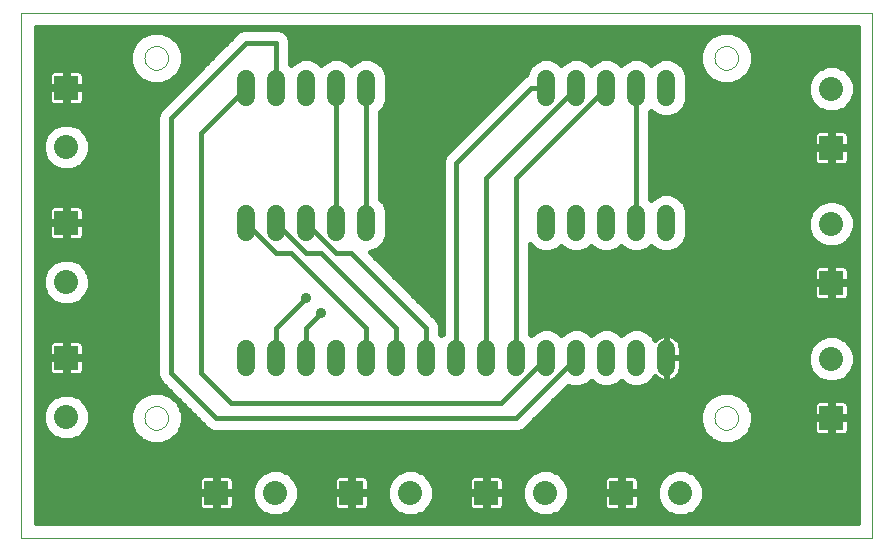
<source format=gtl>
G75*
%MOIN*%
%OFA0B0*%
%FSLAX24Y24*%
%IPPOS*%
%LPD*%
%AMOC8*
5,1,8,0,0,1.08239X$1,22.5*
%
%ADD10C,0.0000*%
%ADD11R,0.0800X0.0800*%
%ADD12C,0.0800*%
%ADD13C,0.0600*%
%ADD14C,0.0160*%
%ADD15C,0.0150*%
%ADD16C,0.0360*%
D10*
X002180Y002180D02*
X002180Y019676D01*
X030550Y019676D01*
X030550Y002180D01*
X002180Y002180D01*
X006286Y006180D02*
X006288Y006219D01*
X006294Y006258D01*
X006304Y006296D01*
X006317Y006333D01*
X006334Y006368D01*
X006354Y006402D01*
X006378Y006433D01*
X006405Y006462D01*
X006434Y006488D01*
X006466Y006511D01*
X006500Y006531D01*
X006536Y006547D01*
X006573Y006559D01*
X006612Y006568D01*
X006651Y006573D01*
X006690Y006574D01*
X006729Y006571D01*
X006768Y006564D01*
X006805Y006553D01*
X006842Y006539D01*
X006877Y006521D01*
X006910Y006500D01*
X006941Y006475D01*
X006969Y006448D01*
X006994Y006418D01*
X007016Y006385D01*
X007035Y006351D01*
X007050Y006315D01*
X007062Y006277D01*
X007070Y006239D01*
X007074Y006200D01*
X007074Y006160D01*
X007070Y006121D01*
X007062Y006083D01*
X007050Y006045D01*
X007035Y006009D01*
X007016Y005975D01*
X006994Y005942D01*
X006969Y005912D01*
X006941Y005885D01*
X006910Y005860D01*
X006877Y005839D01*
X006842Y005821D01*
X006805Y005807D01*
X006768Y005796D01*
X006729Y005789D01*
X006690Y005786D01*
X006651Y005787D01*
X006612Y005792D01*
X006573Y005801D01*
X006536Y005813D01*
X006500Y005829D01*
X006466Y005849D01*
X006434Y005872D01*
X006405Y005898D01*
X006378Y005927D01*
X006354Y005958D01*
X006334Y005992D01*
X006317Y006027D01*
X006304Y006064D01*
X006294Y006102D01*
X006288Y006141D01*
X006286Y006180D01*
X006286Y018180D02*
X006288Y018219D01*
X006294Y018258D01*
X006304Y018296D01*
X006317Y018333D01*
X006334Y018368D01*
X006354Y018402D01*
X006378Y018433D01*
X006405Y018462D01*
X006434Y018488D01*
X006466Y018511D01*
X006500Y018531D01*
X006536Y018547D01*
X006573Y018559D01*
X006612Y018568D01*
X006651Y018573D01*
X006690Y018574D01*
X006729Y018571D01*
X006768Y018564D01*
X006805Y018553D01*
X006842Y018539D01*
X006877Y018521D01*
X006910Y018500D01*
X006941Y018475D01*
X006969Y018448D01*
X006994Y018418D01*
X007016Y018385D01*
X007035Y018351D01*
X007050Y018315D01*
X007062Y018277D01*
X007070Y018239D01*
X007074Y018200D01*
X007074Y018160D01*
X007070Y018121D01*
X007062Y018083D01*
X007050Y018045D01*
X007035Y018009D01*
X007016Y017975D01*
X006994Y017942D01*
X006969Y017912D01*
X006941Y017885D01*
X006910Y017860D01*
X006877Y017839D01*
X006842Y017821D01*
X006805Y017807D01*
X006768Y017796D01*
X006729Y017789D01*
X006690Y017786D01*
X006651Y017787D01*
X006612Y017792D01*
X006573Y017801D01*
X006536Y017813D01*
X006500Y017829D01*
X006466Y017849D01*
X006434Y017872D01*
X006405Y017898D01*
X006378Y017927D01*
X006354Y017958D01*
X006334Y017992D01*
X006317Y018027D01*
X006304Y018064D01*
X006294Y018102D01*
X006288Y018141D01*
X006286Y018180D01*
X025286Y018180D02*
X025288Y018219D01*
X025294Y018258D01*
X025304Y018296D01*
X025317Y018333D01*
X025334Y018368D01*
X025354Y018402D01*
X025378Y018433D01*
X025405Y018462D01*
X025434Y018488D01*
X025466Y018511D01*
X025500Y018531D01*
X025536Y018547D01*
X025573Y018559D01*
X025612Y018568D01*
X025651Y018573D01*
X025690Y018574D01*
X025729Y018571D01*
X025768Y018564D01*
X025805Y018553D01*
X025842Y018539D01*
X025877Y018521D01*
X025910Y018500D01*
X025941Y018475D01*
X025969Y018448D01*
X025994Y018418D01*
X026016Y018385D01*
X026035Y018351D01*
X026050Y018315D01*
X026062Y018277D01*
X026070Y018239D01*
X026074Y018200D01*
X026074Y018160D01*
X026070Y018121D01*
X026062Y018083D01*
X026050Y018045D01*
X026035Y018009D01*
X026016Y017975D01*
X025994Y017942D01*
X025969Y017912D01*
X025941Y017885D01*
X025910Y017860D01*
X025877Y017839D01*
X025842Y017821D01*
X025805Y017807D01*
X025768Y017796D01*
X025729Y017789D01*
X025690Y017786D01*
X025651Y017787D01*
X025612Y017792D01*
X025573Y017801D01*
X025536Y017813D01*
X025500Y017829D01*
X025466Y017849D01*
X025434Y017872D01*
X025405Y017898D01*
X025378Y017927D01*
X025354Y017958D01*
X025334Y017992D01*
X025317Y018027D01*
X025304Y018064D01*
X025294Y018102D01*
X025288Y018141D01*
X025286Y018180D01*
X025286Y006180D02*
X025288Y006219D01*
X025294Y006258D01*
X025304Y006296D01*
X025317Y006333D01*
X025334Y006368D01*
X025354Y006402D01*
X025378Y006433D01*
X025405Y006462D01*
X025434Y006488D01*
X025466Y006511D01*
X025500Y006531D01*
X025536Y006547D01*
X025573Y006559D01*
X025612Y006568D01*
X025651Y006573D01*
X025690Y006574D01*
X025729Y006571D01*
X025768Y006564D01*
X025805Y006553D01*
X025842Y006539D01*
X025877Y006521D01*
X025910Y006500D01*
X025941Y006475D01*
X025969Y006448D01*
X025994Y006418D01*
X026016Y006385D01*
X026035Y006351D01*
X026050Y006315D01*
X026062Y006277D01*
X026070Y006239D01*
X026074Y006200D01*
X026074Y006160D01*
X026070Y006121D01*
X026062Y006083D01*
X026050Y006045D01*
X026035Y006009D01*
X026016Y005975D01*
X025994Y005942D01*
X025969Y005912D01*
X025941Y005885D01*
X025910Y005860D01*
X025877Y005839D01*
X025842Y005821D01*
X025805Y005807D01*
X025768Y005796D01*
X025729Y005789D01*
X025690Y005786D01*
X025651Y005787D01*
X025612Y005792D01*
X025573Y005801D01*
X025536Y005813D01*
X025500Y005829D01*
X025466Y005849D01*
X025434Y005872D01*
X025405Y005898D01*
X025378Y005927D01*
X025354Y005958D01*
X025334Y005992D01*
X025317Y006027D01*
X025304Y006064D01*
X025294Y006102D01*
X025288Y006141D01*
X025286Y006180D01*
D11*
X022180Y003680D03*
X017680Y003680D03*
X013180Y003680D03*
X008680Y003680D03*
X003680Y008180D03*
X003680Y012680D03*
X003680Y017180D03*
X029180Y015180D03*
X029180Y010680D03*
X029180Y006180D03*
D12*
X029180Y008149D03*
X029180Y012649D03*
X029180Y017149D03*
X024149Y003680D03*
X019649Y003680D03*
X015149Y003680D03*
X010649Y003680D03*
X003680Y006211D03*
X003680Y010711D03*
X003680Y015211D03*
D13*
X009680Y016880D02*
X009680Y017480D01*
X010680Y017480D02*
X010680Y016880D01*
X011680Y016880D02*
X011680Y017480D01*
X012680Y017480D02*
X012680Y016880D01*
X013680Y016880D02*
X013680Y017480D01*
X019680Y017480D02*
X019680Y016880D01*
X020680Y016880D02*
X020680Y017480D01*
X021680Y017480D02*
X021680Y016880D01*
X022680Y016880D02*
X022680Y017480D01*
X023680Y017480D02*
X023680Y016880D01*
X023680Y012980D02*
X023680Y012380D01*
X022680Y012380D02*
X022680Y012980D01*
X021680Y012980D02*
X021680Y012380D01*
X020680Y012380D02*
X020680Y012980D01*
X019680Y012980D02*
X019680Y012380D01*
X019680Y008480D02*
X019680Y007880D01*
X018680Y007880D02*
X018680Y008480D01*
X017680Y008480D02*
X017680Y007880D01*
X016680Y007880D02*
X016680Y008480D01*
X015680Y008480D02*
X015680Y007880D01*
X014680Y007880D02*
X014680Y008480D01*
X013680Y008480D02*
X013680Y007880D01*
X012680Y007880D02*
X012680Y008480D01*
X011680Y008480D02*
X011680Y007880D01*
X010680Y007880D02*
X010680Y008480D01*
X009680Y008480D02*
X009680Y007880D01*
X009680Y012380D02*
X009680Y012980D01*
X010680Y012980D02*
X010680Y012380D01*
X011680Y012380D02*
X011680Y012980D01*
X012680Y012980D02*
X012680Y012380D01*
X013680Y012380D02*
X013680Y012980D01*
X020680Y008480D02*
X020680Y007880D01*
X021680Y007880D02*
X021680Y008480D01*
X022680Y008480D02*
X022680Y007880D01*
X023680Y007880D02*
X023680Y008480D01*
D14*
X023660Y008507D02*
X023700Y008507D01*
X023700Y008349D02*
X023660Y008349D01*
X023660Y008200D02*
X023660Y008960D01*
X023642Y008960D01*
X023568Y008948D01*
X023496Y008925D01*
X023428Y008891D01*
X023367Y008846D01*
X023314Y008793D01*
X023296Y008769D01*
X023256Y008865D01*
X023065Y009056D01*
X022815Y009160D01*
X022545Y009160D01*
X022295Y009056D01*
X022180Y008942D01*
X022065Y009056D01*
X021815Y009160D01*
X021545Y009160D01*
X021295Y009056D01*
X021180Y008942D01*
X021065Y009056D01*
X020815Y009160D01*
X020545Y009160D01*
X020295Y009056D01*
X020180Y008942D01*
X020065Y009056D01*
X019815Y009160D01*
X019545Y009160D01*
X019295Y009056D01*
X019180Y008942D01*
X019135Y008987D01*
X019135Y011963D01*
X019295Y011804D01*
X019545Y011700D01*
X019815Y011700D01*
X020065Y011804D01*
X020180Y011918D01*
X020295Y011804D01*
X020545Y011700D01*
X020815Y011700D01*
X021065Y011804D01*
X021180Y011918D01*
X021295Y011804D01*
X021545Y011700D01*
X021815Y011700D01*
X022065Y011804D01*
X022180Y011918D01*
X022295Y011804D01*
X022545Y011700D01*
X022815Y011700D01*
X023065Y011804D01*
X023180Y011918D01*
X023295Y011804D01*
X023545Y011700D01*
X023815Y011700D01*
X024065Y011804D01*
X024256Y011995D01*
X024360Y012245D01*
X024360Y013115D01*
X024256Y013365D01*
X024065Y013556D01*
X023815Y013660D01*
X023545Y013660D01*
X023295Y013556D01*
X023180Y013442D01*
X023135Y013487D01*
X023135Y016373D01*
X023180Y016418D01*
X023295Y016304D01*
X023545Y016200D01*
X023815Y016200D01*
X024065Y016304D01*
X024256Y016495D01*
X024360Y016745D01*
X024360Y017615D01*
X024256Y017865D01*
X024065Y018056D01*
X023815Y018160D01*
X023545Y018160D01*
X023295Y018056D01*
X023180Y017942D01*
X023065Y018056D01*
X022815Y018160D01*
X022545Y018160D01*
X022295Y018056D01*
X022180Y017942D01*
X022065Y018056D01*
X021815Y018160D01*
X021545Y018160D01*
X021295Y018056D01*
X021180Y017942D01*
X021065Y018056D01*
X020815Y018160D01*
X020545Y018160D01*
X020295Y018056D01*
X020180Y017942D01*
X020065Y018056D01*
X019815Y018160D01*
X019545Y018160D01*
X019295Y018056D01*
X019104Y017865D01*
X019000Y017615D01*
X019000Y017598D01*
X018922Y017566D01*
X018794Y017438D01*
X016294Y014938D01*
X016225Y014771D01*
X016225Y008987D01*
X016180Y008942D01*
X016135Y008987D01*
X016135Y009271D01*
X016066Y009438D01*
X013803Y011700D01*
X013815Y011700D01*
X014065Y011804D01*
X014256Y011995D01*
X014360Y012245D01*
X014360Y013115D01*
X014256Y013365D01*
X014135Y013487D01*
X014135Y016373D01*
X014256Y016495D01*
X014360Y016745D01*
X014360Y017615D01*
X014256Y017865D01*
X014065Y018056D01*
X013815Y018160D01*
X013545Y018160D01*
X013295Y018056D01*
X013180Y017942D01*
X013065Y018056D01*
X012815Y018160D01*
X012545Y018160D01*
X012295Y018056D01*
X012180Y017942D01*
X012065Y018056D01*
X011815Y018160D01*
X011545Y018160D01*
X011295Y018056D01*
X011180Y017942D01*
X011140Y017982D01*
X011140Y018771D01*
X011070Y018941D01*
X010941Y019070D01*
X010771Y019140D01*
X009588Y019140D01*
X009419Y019070D01*
X006790Y016441D01*
X006720Y016271D01*
X006720Y007588D01*
X006790Y007419D01*
X006919Y007290D01*
X008419Y005790D01*
X008588Y005720D01*
X018771Y005720D01*
X018941Y005790D01*
X019070Y005919D01*
X020407Y007257D01*
X020545Y007200D01*
X020815Y007200D01*
X021065Y007304D01*
X021180Y007418D01*
X021295Y007304D01*
X021545Y007200D01*
X021815Y007200D01*
X022065Y007304D01*
X022180Y007418D01*
X022295Y007304D01*
X022545Y007200D01*
X022815Y007200D01*
X023065Y007304D01*
X023256Y007495D01*
X023296Y007591D01*
X023314Y007567D01*
X023367Y007514D01*
X023428Y007469D01*
X023496Y007435D01*
X023568Y007412D01*
X023642Y007400D01*
X023660Y007400D01*
X023660Y008160D01*
X023700Y008160D01*
X023700Y008200D01*
X023660Y008200D01*
X023700Y008200D02*
X023700Y008960D01*
X023718Y008960D01*
X023792Y008948D01*
X023864Y008925D01*
X023932Y008891D01*
X023993Y008846D01*
X024046Y008793D01*
X024091Y008732D01*
X024125Y008664D01*
X024148Y008592D01*
X024160Y008518D01*
X024160Y008200D01*
X023700Y008200D01*
X023700Y008190D02*
X028400Y008190D01*
X028400Y008304D02*
X028400Y007993D01*
X028519Y007707D01*
X028738Y007487D01*
X029025Y007369D01*
X029335Y007369D01*
X029622Y007487D01*
X029841Y007707D01*
X029960Y007993D01*
X029960Y008304D01*
X029841Y008590D01*
X029622Y008810D01*
X029335Y008929D01*
X029025Y008929D01*
X028738Y008810D01*
X028519Y008590D01*
X028400Y008304D01*
X028419Y008349D02*
X024160Y008349D01*
X024160Y008507D02*
X028484Y008507D01*
X028594Y008666D02*
X024124Y008666D01*
X024015Y008824D02*
X028773Y008824D01*
X029587Y008824D02*
X030070Y008824D01*
X030070Y008666D02*
X029766Y008666D01*
X029876Y008507D02*
X030070Y008507D01*
X030070Y008349D02*
X029941Y008349D01*
X029960Y008190D02*
X030070Y008190D01*
X030070Y008032D02*
X029960Y008032D01*
X029910Y007873D02*
X030070Y007873D01*
X030070Y007715D02*
X029845Y007715D01*
X029691Y007556D02*
X030070Y007556D01*
X030070Y007398D02*
X029405Y007398D01*
X028955Y007398D02*
X023159Y007398D01*
X023282Y007556D02*
X023325Y007556D01*
X023660Y007556D02*
X023700Y007556D01*
X023700Y007400D02*
X023718Y007400D01*
X023792Y007412D01*
X023864Y007435D01*
X023932Y007469D01*
X023993Y007514D01*
X024046Y007567D01*
X024091Y007628D01*
X024125Y007696D01*
X024148Y007768D01*
X024160Y007842D01*
X024160Y008160D01*
X023700Y008160D01*
X023700Y007400D01*
X024035Y007556D02*
X028669Y007556D01*
X028515Y007715D02*
X024131Y007715D01*
X024160Y007873D02*
X028450Y007873D01*
X028400Y008032D02*
X024160Y008032D01*
X023700Y008032D02*
X023660Y008032D01*
X023660Y007873D02*
X023700Y007873D01*
X023700Y007715D02*
X023660Y007715D01*
X022909Y007239D02*
X030070Y007239D01*
X030070Y007081D02*
X020231Y007081D01*
X020390Y007239D02*
X020451Y007239D01*
X020909Y007239D02*
X021451Y007239D01*
X021201Y007398D02*
X021159Y007398D01*
X021909Y007239D02*
X022451Y007239D01*
X022201Y007398D02*
X022159Y007398D01*
X020680Y008180D02*
X018680Y006180D01*
X008680Y006180D01*
X007180Y007680D01*
X007180Y016180D01*
X009680Y018680D01*
X010680Y018680D01*
X010680Y017180D01*
X011140Y018017D02*
X011255Y018017D01*
X011140Y018176D02*
X024806Y018176D01*
X024806Y018334D02*
X011140Y018334D01*
X011140Y018493D02*
X024864Y018493D01*
X024806Y018354D02*
X024806Y018006D01*
X024939Y017685D01*
X025185Y017439D01*
X025506Y017306D01*
X025854Y017306D01*
X026175Y017439D01*
X026421Y017685D01*
X026554Y018006D01*
X026554Y018354D01*
X026421Y018675D01*
X026175Y018921D01*
X025854Y019054D01*
X025506Y019054D01*
X025185Y018921D01*
X024939Y018675D01*
X024806Y018354D01*
X024806Y018017D02*
X024105Y018017D01*
X024259Y017859D02*
X024867Y017859D01*
X024933Y017700D02*
X024325Y017700D01*
X024360Y017542D02*
X025083Y017542D01*
X025321Y017383D02*
X024360Y017383D01*
X024360Y017225D02*
X028400Y017225D01*
X028400Y017304D02*
X028400Y016993D01*
X028519Y016707D01*
X028738Y016487D01*
X029025Y016369D01*
X029335Y016369D01*
X029622Y016487D01*
X029841Y016707D01*
X029960Y016993D01*
X029960Y017304D01*
X029841Y017590D01*
X029622Y017810D01*
X029335Y017929D01*
X029025Y017929D01*
X028738Y017810D01*
X028519Y017590D01*
X028400Y017304D01*
X028433Y017383D02*
X026039Y017383D01*
X026277Y017542D02*
X028499Y017542D01*
X028628Y017700D02*
X026427Y017700D01*
X026493Y017859D02*
X028856Y017859D01*
X029504Y017859D02*
X030070Y017859D01*
X030070Y018017D02*
X026554Y018017D01*
X026554Y018176D02*
X030070Y018176D01*
X030070Y018334D02*
X026554Y018334D01*
X026496Y018493D02*
X030070Y018493D01*
X030070Y018651D02*
X026431Y018651D01*
X026286Y018810D02*
X030070Y018810D01*
X030070Y018968D02*
X026061Y018968D01*
X025299Y018968D02*
X011043Y018968D01*
X011124Y018810D02*
X025074Y018810D01*
X024929Y018651D02*
X011140Y018651D01*
X010804Y019127D02*
X030070Y019127D01*
X030070Y019196D02*
X002660Y019196D01*
X002660Y002660D01*
X030070Y002660D01*
X030070Y019196D01*
X030070Y017700D02*
X029732Y017700D01*
X029861Y017542D02*
X030070Y017542D01*
X030070Y017383D02*
X029927Y017383D01*
X029960Y017225D02*
X030070Y017225D01*
X030070Y017066D02*
X029960Y017066D01*
X029924Y016908D02*
X030070Y016908D01*
X030070Y016749D02*
X029859Y016749D01*
X029725Y016591D02*
X030070Y016591D01*
X030070Y016432D02*
X029489Y016432D01*
X030070Y016274D02*
X023993Y016274D01*
X024194Y016432D02*
X028871Y016432D01*
X028635Y016591D02*
X024296Y016591D01*
X024360Y016749D02*
X028501Y016749D01*
X028436Y016908D02*
X024360Y016908D01*
X024360Y017066D02*
X028400Y017066D01*
X028756Y015760D02*
X028711Y015748D01*
X028669Y015724D01*
X028636Y015691D01*
X028612Y015649D01*
X028600Y015604D01*
X028600Y015228D01*
X029132Y015228D01*
X029132Y015760D01*
X028756Y015760D01*
X028610Y015640D02*
X023135Y015640D01*
X023135Y015798D02*
X030070Y015798D01*
X030070Y015640D02*
X029750Y015640D01*
X029748Y015649D02*
X029724Y015691D01*
X029691Y015724D01*
X029649Y015748D01*
X029604Y015760D01*
X029228Y015760D01*
X029228Y015228D01*
X029132Y015228D01*
X029132Y015132D01*
X029228Y015132D01*
X029228Y015228D01*
X029760Y015228D01*
X029760Y015604D01*
X029748Y015649D01*
X029760Y015481D02*
X030070Y015481D01*
X030070Y015323D02*
X029760Y015323D01*
X029760Y015132D02*
X029228Y015132D01*
X029228Y014600D01*
X029604Y014600D01*
X029649Y014612D01*
X029691Y014636D01*
X029724Y014669D01*
X029748Y014711D01*
X029760Y014756D01*
X029760Y015132D01*
X029760Y015006D02*
X030070Y015006D01*
X030070Y015164D02*
X029228Y015164D01*
X029132Y015164D02*
X023135Y015164D01*
X023135Y015006D02*
X028600Y015006D01*
X028600Y015132D02*
X028600Y014756D01*
X028612Y014711D01*
X028636Y014669D01*
X028669Y014636D01*
X028711Y014612D01*
X028756Y014600D01*
X029132Y014600D01*
X029132Y015132D01*
X028600Y015132D01*
X028600Y015323D02*
X023135Y015323D01*
X023135Y015481D02*
X028600Y015481D01*
X029132Y015481D02*
X029228Y015481D01*
X029228Y015323D02*
X029132Y015323D01*
X029132Y015640D02*
X029228Y015640D01*
X029228Y015006D02*
X029132Y015006D01*
X029132Y014847D02*
X029228Y014847D01*
X029228Y014689D02*
X029132Y014689D01*
X028625Y014689D02*
X023135Y014689D01*
X023135Y014847D02*
X028600Y014847D01*
X029735Y014689D02*
X030070Y014689D01*
X030070Y014847D02*
X029760Y014847D01*
X030070Y014530D02*
X023135Y014530D01*
X023135Y014372D02*
X030070Y014372D01*
X030070Y014213D02*
X023135Y014213D01*
X023135Y014055D02*
X030070Y014055D01*
X030070Y013896D02*
X023135Y013896D01*
X023135Y013738D02*
X030070Y013738D01*
X030070Y013579D02*
X024011Y013579D01*
X024201Y013421D02*
X029006Y013421D01*
X029025Y013429D02*
X028738Y013310D01*
X028519Y013090D01*
X028400Y012804D01*
X028400Y012493D01*
X028519Y012207D01*
X028738Y011987D01*
X029025Y011869D01*
X029335Y011869D01*
X029622Y011987D01*
X029841Y012207D01*
X029960Y012493D01*
X029960Y012804D01*
X029841Y013090D01*
X029622Y013310D01*
X029335Y013429D01*
X029025Y013429D01*
X029354Y013421D02*
X030070Y013421D01*
X030070Y013262D02*
X029670Y013262D01*
X029828Y013104D02*
X030070Y013104D01*
X030070Y012945D02*
X029901Y012945D01*
X029960Y012787D02*
X030070Y012787D01*
X030070Y012628D02*
X029960Y012628D01*
X029950Y012470D02*
X030070Y012470D01*
X030070Y012311D02*
X029884Y012311D01*
X029787Y012153D02*
X030070Y012153D01*
X030070Y011994D02*
X029629Y011994D01*
X030070Y011836D02*
X024097Y011836D01*
X024256Y011994D02*
X028731Y011994D01*
X028573Y012153D02*
X024322Y012153D01*
X024360Y012311D02*
X028476Y012311D01*
X028410Y012470D02*
X024360Y012470D01*
X024360Y012628D02*
X028400Y012628D01*
X028400Y012787D02*
X024360Y012787D01*
X024360Y012945D02*
X028459Y012945D01*
X028532Y013104D02*
X024360Y013104D01*
X024299Y013262D02*
X028690Y013262D01*
X030070Y011677D02*
X019135Y011677D01*
X019135Y011519D02*
X030070Y011519D01*
X030070Y011360D02*
X019135Y011360D01*
X019135Y011202D02*
X028647Y011202D01*
X028636Y011191D02*
X028612Y011149D01*
X028600Y011104D01*
X028600Y010728D01*
X029132Y010728D01*
X029132Y011260D01*
X028756Y011260D01*
X028711Y011248D01*
X028669Y011224D01*
X028636Y011191D01*
X028600Y011043D02*
X019135Y011043D01*
X019135Y010885D02*
X028600Y010885D01*
X028600Y010632D02*
X028600Y010256D01*
X028612Y010211D01*
X028636Y010169D01*
X028669Y010136D01*
X028711Y010112D01*
X028756Y010100D01*
X029132Y010100D01*
X029132Y010632D01*
X029228Y010632D01*
X029228Y010728D01*
X029132Y010728D01*
X029132Y010632D01*
X028600Y010632D01*
X028600Y010568D02*
X019135Y010568D01*
X019135Y010726D02*
X029132Y010726D01*
X029228Y010726D02*
X030070Y010726D01*
X030070Y010568D02*
X029760Y010568D01*
X029760Y010632D02*
X029228Y010632D01*
X029228Y010100D01*
X029604Y010100D01*
X029649Y010112D01*
X029691Y010136D01*
X029724Y010169D01*
X029748Y010211D01*
X029760Y010256D01*
X029760Y010632D01*
X029760Y010728D02*
X029760Y011104D01*
X029748Y011149D01*
X029724Y011191D01*
X029691Y011224D01*
X029649Y011248D01*
X029604Y011260D01*
X029228Y011260D01*
X029228Y010728D01*
X029760Y010728D01*
X029760Y010885D02*
X030070Y010885D01*
X030070Y011043D02*
X029760Y011043D01*
X029713Y011202D02*
X030070Y011202D01*
X029228Y011202D02*
X029132Y011202D01*
X029132Y011043D02*
X029228Y011043D01*
X029228Y010885D02*
X029132Y010885D01*
X029132Y010568D02*
X029228Y010568D01*
X029228Y010409D02*
X029132Y010409D01*
X029132Y010251D02*
X029228Y010251D01*
X029758Y010251D02*
X030070Y010251D01*
X030070Y010409D02*
X029760Y010409D01*
X030070Y010092D02*
X019135Y010092D01*
X019135Y009934D02*
X030070Y009934D01*
X030070Y009775D02*
X019135Y009775D01*
X019135Y009617D02*
X030070Y009617D01*
X030070Y009458D02*
X019135Y009458D01*
X019135Y009300D02*
X030070Y009300D01*
X030070Y009141D02*
X022861Y009141D01*
X023139Y008983D02*
X030070Y008983D01*
X028602Y010251D02*
X019135Y010251D01*
X019135Y010409D02*
X028600Y010409D01*
X026175Y006921D02*
X025854Y007054D01*
X025506Y007054D01*
X025185Y006921D01*
X024939Y006675D01*
X024806Y006354D01*
X024806Y006006D01*
X024939Y005685D01*
X025185Y005439D01*
X025506Y005306D01*
X025854Y005306D01*
X026175Y005439D01*
X026421Y005685D01*
X026554Y006006D01*
X026554Y006354D01*
X026421Y006675D01*
X026175Y006921D01*
X026172Y006922D02*
X030070Y006922D01*
X030070Y006764D02*
X026332Y006764D01*
X026450Y006605D02*
X028600Y006605D01*
X028600Y006604D02*
X028600Y006228D01*
X029132Y006228D01*
X029132Y006760D01*
X028756Y006760D01*
X028711Y006748D01*
X028669Y006724D01*
X028636Y006691D01*
X028612Y006649D01*
X028600Y006604D01*
X028600Y006447D02*
X026515Y006447D01*
X026554Y006288D02*
X028600Y006288D01*
X028600Y006132D02*
X028600Y005756D01*
X028612Y005711D01*
X028636Y005669D01*
X028669Y005636D01*
X028711Y005612D01*
X028756Y005600D01*
X029132Y005600D01*
X029132Y006132D01*
X029228Y006132D01*
X029228Y006228D01*
X029132Y006228D01*
X029132Y006132D01*
X028600Y006132D01*
X028600Y006130D02*
X026554Y006130D01*
X026539Y005971D02*
X028600Y005971D01*
X028600Y005813D02*
X026473Y005813D01*
X026390Y005654D02*
X028651Y005654D01*
X029132Y005654D02*
X029228Y005654D01*
X029228Y005600D02*
X029604Y005600D01*
X029649Y005612D01*
X029691Y005636D01*
X029724Y005669D01*
X029748Y005711D01*
X029760Y005756D01*
X029760Y006132D01*
X029228Y006132D01*
X029228Y005600D01*
X029228Y005813D02*
X029132Y005813D01*
X029132Y005971D02*
X029228Y005971D01*
X029228Y006130D02*
X029132Y006130D01*
X029228Y006228D02*
X029228Y006760D01*
X029604Y006760D01*
X029649Y006748D01*
X029691Y006724D01*
X029724Y006691D01*
X029748Y006649D01*
X029760Y006604D01*
X029760Y006228D01*
X029228Y006228D01*
X029228Y006288D02*
X029132Y006288D01*
X029132Y006447D02*
X029228Y006447D01*
X029228Y006605D02*
X029132Y006605D01*
X029760Y006605D02*
X030070Y006605D01*
X030070Y006447D02*
X029760Y006447D01*
X029760Y006288D02*
X030070Y006288D01*
X030070Y006130D02*
X029760Y006130D01*
X029760Y005971D02*
X030070Y005971D01*
X030070Y005813D02*
X029760Y005813D01*
X029709Y005654D02*
X030070Y005654D01*
X030070Y005496D02*
X026231Y005496D01*
X025928Y005337D02*
X030070Y005337D01*
X030070Y005179D02*
X002660Y005179D01*
X002660Y005337D02*
X006432Y005337D01*
X006506Y005306D02*
X006854Y005306D01*
X007175Y005439D01*
X007421Y005685D01*
X007554Y006006D01*
X007554Y006354D01*
X007421Y006675D01*
X007175Y006921D01*
X006854Y007054D01*
X006506Y007054D01*
X006185Y006921D01*
X005939Y006675D01*
X005806Y006354D01*
X005806Y006006D01*
X005939Y005685D01*
X006185Y005439D01*
X006506Y005306D01*
X006129Y005496D02*
X003990Y005496D01*
X004122Y005550D02*
X003835Y005431D01*
X003525Y005431D01*
X003238Y005550D01*
X003019Y005770D01*
X002900Y006056D01*
X002900Y006367D01*
X003019Y006653D01*
X003238Y006873D01*
X003525Y006991D01*
X003835Y006991D01*
X004122Y006873D01*
X004341Y006653D01*
X004460Y006367D01*
X004460Y006056D01*
X004341Y005770D01*
X004122Y005550D01*
X004226Y005654D02*
X005970Y005654D01*
X005887Y005813D02*
X004359Y005813D01*
X004425Y005971D02*
X005821Y005971D01*
X005806Y006130D02*
X004460Y006130D01*
X004460Y006288D02*
X005806Y006288D01*
X005845Y006447D02*
X004427Y006447D01*
X004361Y006605D02*
X005910Y006605D01*
X006028Y006764D02*
X004231Y006764D01*
X004003Y006922D02*
X006188Y006922D01*
X006812Y007398D02*
X002660Y007398D01*
X002660Y007556D02*
X006733Y007556D01*
X006720Y007715D02*
X004249Y007715D01*
X004248Y007711D02*
X004260Y007756D01*
X004260Y008132D01*
X003728Y008132D01*
X003728Y008228D01*
X003632Y008228D01*
X003632Y008760D01*
X003256Y008760D01*
X003211Y008748D01*
X003169Y008724D01*
X003136Y008691D01*
X003112Y008649D01*
X003100Y008604D01*
X003100Y008228D01*
X003632Y008228D01*
X003632Y008132D01*
X003728Y008132D01*
X003728Y007600D01*
X004104Y007600D01*
X004149Y007612D01*
X004191Y007636D01*
X004224Y007669D01*
X004248Y007711D01*
X004260Y007873D02*
X006720Y007873D01*
X006720Y008032D02*
X004260Y008032D01*
X004260Y008228D02*
X003728Y008228D01*
X003728Y008760D01*
X004104Y008760D01*
X004149Y008748D01*
X004191Y008724D01*
X004224Y008691D01*
X004248Y008649D01*
X004260Y008604D01*
X004260Y008228D01*
X004260Y008349D02*
X006720Y008349D01*
X006720Y008507D02*
X004260Y008507D01*
X004238Y008666D02*
X006720Y008666D01*
X006720Y008824D02*
X002660Y008824D01*
X002660Y008666D02*
X003122Y008666D01*
X003100Y008507D02*
X002660Y008507D01*
X002660Y008349D02*
X003100Y008349D01*
X003100Y008132D02*
X003100Y007756D01*
X003112Y007711D01*
X003136Y007669D01*
X003169Y007636D01*
X003211Y007612D01*
X003256Y007600D01*
X003632Y007600D01*
X003632Y008132D01*
X003100Y008132D01*
X003100Y008032D02*
X002660Y008032D01*
X002660Y008190D02*
X003632Y008190D01*
X003728Y008190D02*
X006720Y008190D01*
X006970Y007239D02*
X002660Y007239D01*
X002660Y007081D02*
X007129Y007081D01*
X007172Y006922D02*
X007287Y006922D01*
X007332Y006764D02*
X007446Y006764D01*
X007450Y006605D02*
X007604Y006605D01*
X007515Y006447D02*
X007763Y006447D01*
X007921Y006288D02*
X007554Y006288D01*
X007554Y006130D02*
X008080Y006130D01*
X008238Y005971D02*
X007539Y005971D01*
X007473Y005813D02*
X008397Y005813D01*
X007390Y005654D02*
X024970Y005654D01*
X024887Y005813D02*
X018963Y005813D01*
X019122Y005971D02*
X024821Y005971D01*
X024806Y006130D02*
X019280Y006130D01*
X019439Y006288D02*
X024806Y006288D01*
X024845Y006447D02*
X019597Y006447D01*
X019756Y006605D02*
X024910Y006605D01*
X025028Y006764D02*
X019914Y006764D01*
X020073Y006922D02*
X025188Y006922D01*
X025129Y005496D02*
X007231Y005496D01*
X006928Y005337D02*
X025432Y005337D01*
X024590Y004341D02*
X024304Y004460D01*
X023993Y004460D01*
X023707Y004341D01*
X023487Y004122D01*
X023369Y003835D01*
X023369Y003525D01*
X023487Y003238D01*
X023707Y003019D01*
X023993Y002900D01*
X024304Y002900D01*
X024590Y003019D01*
X024810Y003238D01*
X024929Y003525D01*
X024929Y003835D01*
X024810Y004122D01*
X024590Y004341D01*
X024482Y004386D02*
X030070Y004386D01*
X030070Y004228D02*
X024704Y004228D01*
X024832Y004069D02*
X030070Y004069D01*
X030070Y003911D02*
X024897Y003911D01*
X024929Y003752D02*
X030070Y003752D01*
X030070Y003594D02*
X024929Y003594D01*
X024891Y003435D02*
X030070Y003435D01*
X030070Y003277D02*
X024826Y003277D01*
X024690Y003118D02*
X030070Y003118D01*
X030070Y002960D02*
X024447Y002960D01*
X023850Y002960D02*
X019947Y002960D01*
X020090Y003019D02*
X019804Y002900D01*
X019493Y002900D01*
X019207Y003019D01*
X018987Y003238D01*
X018869Y003525D01*
X018869Y003835D01*
X018987Y004122D01*
X019207Y004341D01*
X019493Y004460D01*
X019804Y004460D01*
X020090Y004341D01*
X020310Y004122D01*
X020429Y003835D01*
X020429Y003525D01*
X020310Y003238D01*
X020090Y003019D01*
X020190Y003118D02*
X021701Y003118D01*
X021711Y003112D02*
X021756Y003100D01*
X022132Y003100D01*
X022132Y003632D01*
X022228Y003632D01*
X022228Y003728D01*
X022760Y003728D01*
X022760Y004104D01*
X022748Y004149D01*
X022724Y004191D01*
X022691Y004224D01*
X022649Y004248D01*
X022604Y004260D01*
X022228Y004260D01*
X022228Y003728D01*
X022132Y003728D01*
X022132Y004260D01*
X021756Y004260D01*
X021711Y004248D01*
X021669Y004224D01*
X021636Y004191D01*
X021612Y004149D01*
X021600Y004104D01*
X021600Y003728D01*
X022132Y003728D01*
X022132Y003632D01*
X021600Y003632D01*
X021600Y003256D01*
X021612Y003211D01*
X021636Y003169D01*
X021669Y003136D01*
X021711Y003112D01*
X021600Y003277D02*
X020326Y003277D01*
X020391Y003435D02*
X021600Y003435D01*
X021600Y003594D02*
X020429Y003594D01*
X020429Y003752D02*
X021600Y003752D01*
X021600Y003911D02*
X020397Y003911D01*
X020332Y004069D02*
X021600Y004069D01*
X021675Y004228D02*
X020204Y004228D01*
X019982Y004386D02*
X023815Y004386D01*
X023593Y004228D02*
X022685Y004228D01*
X022760Y004069D02*
X023465Y004069D01*
X023400Y003911D02*
X022760Y003911D01*
X022760Y003752D02*
X023369Y003752D01*
X023369Y003594D02*
X022760Y003594D01*
X022760Y003632D02*
X022228Y003632D01*
X022228Y003100D01*
X022604Y003100D01*
X022649Y003112D01*
X022691Y003136D01*
X022724Y003169D01*
X022748Y003211D01*
X022760Y003256D01*
X022760Y003632D01*
X022760Y003435D02*
X023406Y003435D01*
X023471Y003277D02*
X022760Y003277D01*
X022659Y003118D02*
X023607Y003118D01*
X022228Y003118D02*
X022132Y003118D01*
X022132Y003277D02*
X022228Y003277D01*
X022228Y003435D02*
X022132Y003435D01*
X022132Y003594D02*
X022228Y003594D01*
X022228Y003752D02*
X022132Y003752D01*
X022132Y003911D02*
X022228Y003911D01*
X022228Y004069D02*
X022132Y004069D01*
X022132Y004228D02*
X022228Y004228D01*
X019350Y002960D02*
X015447Y002960D01*
X015590Y003019D02*
X015810Y003238D01*
X015929Y003525D01*
X015929Y003835D01*
X015810Y004122D01*
X015590Y004341D01*
X015304Y004460D01*
X014993Y004460D01*
X014707Y004341D01*
X014487Y004122D01*
X014369Y003835D01*
X014369Y003525D01*
X014487Y003238D01*
X014707Y003019D01*
X014993Y002900D01*
X015304Y002900D01*
X015590Y003019D01*
X015690Y003118D02*
X017201Y003118D01*
X017211Y003112D02*
X017256Y003100D01*
X017632Y003100D01*
X017632Y003632D01*
X017728Y003632D01*
X017728Y003728D01*
X018260Y003728D01*
X018260Y004104D01*
X018248Y004149D01*
X018224Y004191D01*
X018191Y004224D01*
X018149Y004248D01*
X018104Y004260D01*
X017728Y004260D01*
X017728Y003728D01*
X017632Y003728D01*
X017632Y004260D01*
X017256Y004260D01*
X017211Y004248D01*
X017169Y004224D01*
X017136Y004191D01*
X017112Y004149D01*
X017100Y004104D01*
X017100Y003728D01*
X017632Y003728D01*
X017632Y003632D01*
X017100Y003632D01*
X017100Y003256D01*
X017112Y003211D01*
X017136Y003169D01*
X017169Y003136D01*
X017211Y003112D01*
X017100Y003277D02*
X015826Y003277D01*
X015891Y003435D02*
X017100Y003435D01*
X017100Y003594D02*
X015929Y003594D01*
X015929Y003752D02*
X017100Y003752D01*
X017100Y003911D02*
X015897Y003911D01*
X015832Y004069D02*
X017100Y004069D01*
X017175Y004228D02*
X015704Y004228D01*
X015482Y004386D02*
X019315Y004386D01*
X019093Y004228D02*
X018185Y004228D01*
X018260Y004069D02*
X018965Y004069D01*
X018900Y003911D02*
X018260Y003911D01*
X018260Y003752D02*
X018869Y003752D01*
X018869Y003594D02*
X018260Y003594D01*
X018260Y003632D02*
X017728Y003632D01*
X017728Y003100D01*
X018104Y003100D01*
X018149Y003112D01*
X018191Y003136D01*
X018224Y003169D01*
X018248Y003211D01*
X018260Y003256D01*
X018260Y003632D01*
X018260Y003435D02*
X018906Y003435D01*
X018971Y003277D02*
X018260Y003277D01*
X018159Y003118D02*
X019107Y003118D01*
X017728Y003118D02*
X017632Y003118D01*
X017632Y003277D02*
X017728Y003277D01*
X017728Y003435D02*
X017632Y003435D01*
X017632Y003594D02*
X017728Y003594D01*
X017728Y003752D02*
X017632Y003752D01*
X017632Y003911D02*
X017728Y003911D01*
X017728Y004069D02*
X017632Y004069D01*
X017632Y004228D02*
X017728Y004228D01*
X014815Y004386D02*
X010982Y004386D01*
X011090Y004341D02*
X010804Y004460D01*
X010493Y004460D01*
X010207Y004341D01*
X009987Y004122D01*
X009869Y003835D01*
X009869Y003525D01*
X009987Y003238D01*
X010207Y003019D01*
X010493Y002900D01*
X010804Y002900D01*
X011090Y003019D01*
X011310Y003238D01*
X011429Y003525D01*
X011429Y003835D01*
X011310Y004122D01*
X011090Y004341D01*
X011204Y004228D02*
X012675Y004228D01*
X012669Y004224D02*
X012636Y004191D01*
X012612Y004149D01*
X012600Y004104D01*
X012600Y003728D01*
X013132Y003728D01*
X013132Y004260D01*
X012756Y004260D01*
X012711Y004248D01*
X012669Y004224D01*
X012600Y004069D02*
X011332Y004069D01*
X011397Y003911D02*
X012600Y003911D01*
X012600Y003752D02*
X011429Y003752D01*
X011429Y003594D02*
X012600Y003594D01*
X012600Y003632D02*
X012600Y003256D01*
X012612Y003211D01*
X012636Y003169D01*
X012669Y003136D01*
X012711Y003112D01*
X012756Y003100D01*
X013132Y003100D01*
X013132Y003632D01*
X013228Y003632D01*
X013228Y003728D01*
X013760Y003728D01*
X013760Y004104D01*
X013748Y004149D01*
X013724Y004191D01*
X013691Y004224D01*
X013649Y004248D01*
X013604Y004260D01*
X013228Y004260D01*
X013228Y003728D01*
X013132Y003728D01*
X013132Y003632D01*
X012600Y003632D01*
X012600Y003435D02*
X011391Y003435D01*
X011326Y003277D02*
X012600Y003277D01*
X012701Y003118D02*
X011190Y003118D01*
X010947Y002960D02*
X014850Y002960D01*
X014607Y003118D02*
X013659Y003118D01*
X013649Y003112D02*
X013691Y003136D01*
X013724Y003169D01*
X013748Y003211D01*
X013760Y003256D01*
X013760Y003632D01*
X013228Y003632D01*
X013228Y003100D01*
X013604Y003100D01*
X013649Y003112D01*
X013760Y003277D02*
X014471Y003277D01*
X014406Y003435D02*
X013760Y003435D01*
X013760Y003594D02*
X014369Y003594D01*
X014369Y003752D02*
X013760Y003752D01*
X013760Y003911D02*
X014400Y003911D01*
X014465Y004069D02*
X013760Y004069D01*
X013685Y004228D02*
X014593Y004228D01*
X013228Y004228D02*
X013132Y004228D01*
X013132Y004069D02*
X013228Y004069D01*
X013228Y003911D02*
X013132Y003911D01*
X013132Y003752D02*
X013228Y003752D01*
X013228Y003594D02*
X013132Y003594D01*
X013132Y003435D02*
X013228Y003435D01*
X013228Y003277D02*
X013132Y003277D01*
X013132Y003118D02*
X013228Y003118D01*
X010350Y002960D02*
X002660Y002960D01*
X002660Y003118D02*
X008201Y003118D01*
X008211Y003112D02*
X008256Y003100D01*
X008632Y003100D01*
X008632Y003632D01*
X008728Y003632D01*
X008728Y003728D01*
X009260Y003728D01*
X009260Y004104D01*
X009248Y004149D01*
X009224Y004191D01*
X009191Y004224D01*
X009149Y004248D01*
X009104Y004260D01*
X008728Y004260D01*
X008728Y003728D01*
X008632Y003728D01*
X008632Y004260D01*
X008256Y004260D01*
X008211Y004248D01*
X008169Y004224D01*
X008136Y004191D01*
X008112Y004149D01*
X008100Y004104D01*
X008100Y003728D01*
X008632Y003728D01*
X008632Y003632D01*
X008100Y003632D01*
X008100Y003256D01*
X008112Y003211D01*
X008136Y003169D01*
X008169Y003136D01*
X008211Y003112D01*
X008100Y003277D02*
X002660Y003277D01*
X002660Y003435D02*
X008100Y003435D01*
X008100Y003594D02*
X002660Y003594D01*
X002660Y003752D02*
X008100Y003752D01*
X008100Y003911D02*
X002660Y003911D01*
X002660Y004069D02*
X008100Y004069D01*
X008175Y004228D02*
X002660Y004228D01*
X002660Y004386D02*
X010315Y004386D01*
X010093Y004228D02*
X009185Y004228D01*
X009260Y004069D02*
X009965Y004069D01*
X009900Y003911D02*
X009260Y003911D01*
X009260Y003752D02*
X009869Y003752D01*
X009869Y003594D02*
X009260Y003594D01*
X009260Y003632D02*
X008728Y003632D01*
X008728Y003100D01*
X009104Y003100D01*
X009149Y003112D01*
X009191Y003136D01*
X009224Y003169D01*
X009248Y003211D01*
X009260Y003256D01*
X009260Y003632D01*
X009260Y003435D02*
X009906Y003435D01*
X009971Y003277D02*
X009260Y003277D01*
X009159Y003118D02*
X010107Y003118D01*
X008728Y003118D02*
X008632Y003118D01*
X008632Y003277D02*
X008728Y003277D01*
X008728Y003435D02*
X008632Y003435D01*
X008632Y003594D02*
X008728Y003594D01*
X008728Y003752D02*
X008632Y003752D01*
X008632Y003911D02*
X008728Y003911D01*
X008728Y004069D02*
X008632Y004069D01*
X008632Y004228D02*
X008728Y004228D01*
X003728Y007715D02*
X003632Y007715D01*
X003632Y007873D02*
X003728Y007873D01*
X003728Y008032D02*
X003632Y008032D01*
X003632Y008349D02*
X003728Y008349D01*
X003728Y008507D02*
X003632Y008507D01*
X003632Y008666D02*
X003728Y008666D01*
X003100Y007873D02*
X002660Y007873D01*
X002660Y007715D02*
X003111Y007715D01*
X003357Y006922D02*
X002660Y006922D01*
X002660Y006764D02*
X003129Y006764D01*
X002999Y006605D02*
X002660Y006605D01*
X002660Y006447D02*
X002933Y006447D01*
X002900Y006288D02*
X002660Y006288D01*
X002660Y006130D02*
X002900Y006130D01*
X002935Y005971D02*
X002660Y005971D01*
X002660Y005813D02*
X003001Y005813D01*
X003134Y005654D02*
X002660Y005654D01*
X002660Y005496D02*
X003370Y005496D01*
X002660Y005020D02*
X030070Y005020D01*
X030070Y004862D02*
X002660Y004862D01*
X002660Y004703D02*
X030070Y004703D01*
X030070Y004545D02*
X002660Y004545D01*
X002660Y002801D02*
X030070Y002801D01*
X023700Y008666D02*
X023660Y008666D01*
X023660Y008824D02*
X023700Y008824D01*
X023345Y008824D02*
X023274Y008824D01*
X022499Y009141D02*
X021861Y009141D01*
X022139Y008983D02*
X022221Y008983D01*
X021499Y009141D02*
X020861Y009141D01*
X021139Y008983D02*
X021221Y008983D01*
X020499Y009141D02*
X019861Y009141D01*
X020139Y008983D02*
X020221Y008983D01*
X019499Y009141D02*
X019135Y009141D01*
X019139Y008983D02*
X019221Y008983D01*
X016221Y008983D02*
X016139Y008983D01*
X016135Y009141D02*
X016225Y009141D01*
X016225Y009300D02*
X016123Y009300D01*
X016045Y009458D02*
X016225Y009458D01*
X016225Y009617D02*
X015887Y009617D01*
X015728Y009775D02*
X016225Y009775D01*
X016225Y009934D02*
X015570Y009934D01*
X015411Y010092D02*
X016225Y010092D01*
X016225Y010251D02*
X015253Y010251D01*
X015094Y010409D02*
X016225Y010409D01*
X016225Y010568D02*
X014936Y010568D01*
X014777Y010726D02*
X016225Y010726D01*
X016225Y010885D02*
X014619Y010885D01*
X014460Y011043D02*
X016225Y011043D01*
X016225Y011202D02*
X014302Y011202D01*
X014143Y011360D02*
X016225Y011360D01*
X016225Y011519D02*
X013985Y011519D01*
X013826Y011677D02*
X016225Y011677D01*
X016225Y011836D02*
X014097Y011836D01*
X014256Y011994D02*
X016225Y011994D01*
X016225Y012153D02*
X014322Y012153D01*
X014360Y012311D02*
X016225Y012311D01*
X016225Y012470D02*
X014360Y012470D01*
X014360Y012628D02*
X016225Y012628D01*
X016225Y012787D02*
X014360Y012787D01*
X014360Y012945D02*
X016225Y012945D01*
X016225Y013104D02*
X014360Y013104D01*
X014299Y013262D02*
X016225Y013262D01*
X016225Y013421D02*
X014201Y013421D01*
X014135Y013579D02*
X016225Y013579D01*
X016225Y013738D02*
X014135Y013738D01*
X014135Y013896D02*
X016225Y013896D01*
X016225Y014055D02*
X014135Y014055D01*
X014135Y014213D02*
X016225Y014213D01*
X016225Y014372D02*
X014135Y014372D01*
X014135Y014530D02*
X016225Y014530D01*
X016225Y014689D02*
X014135Y014689D01*
X014135Y014847D02*
X016257Y014847D01*
X016362Y015006D02*
X014135Y015006D01*
X014135Y015164D02*
X016521Y015164D01*
X016679Y015323D02*
X014135Y015323D01*
X014135Y015481D02*
X016838Y015481D01*
X016996Y015640D02*
X014135Y015640D01*
X014135Y015798D02*
X017155Y015798D01*
X017313Y015957D02*
X014135Y015957D01*
X014135Y016115D02*
X017472Y016115D01*
X017630Y016274D02*
X014135Y016274D01*
X014194Y016432D02*
X017789Y016432D01*
X017947Y016591D02*
X014296Y016591D01*
X014360Y016749D02*
X018106Y016749D01*
X018264Y016908D02*
X014360Y016908D01*
X014360Y017066D02*
X018423Y017066D01*
X018581Y017225D02*
X014360Y017225D01*
X014360Y017383D02*
X018740Y017383D01*
X018898Y017542D02*
X014360Y017542D01*
X014325Y017700D02*
X019035Y017700D01*
X019101Y017859D02*
X014259Y017859D01*
X014105Y018017D02*
X019255Y018017D01*
X020105Y018017D02*
X020255Y018017D01*
X021105Y018017D02*
X021255Y018017D01*
X022105Y018017D02*
X022255Y018017D01*
X023105Y018017D02*
X023255Y018017D01*
X023367Y016274D02*
X023135Y016274D01*
X023135Y016115D02*
X030070Y016115D01*
X030070Y015957D02*
X023135Y015957D01*
X023135Y013579D02*
X023349Y013579D01*
X023263Y011836D02*
X023097Y011836D01*
X022263Y011836D02*
X022097Y011836D01*
X021263Y011836D02*
X021097Y011836D01*
X020263Y011836D02*
X020097Y011836D01*
X019263Y011836D02*
X019135Y011836D01*
X013255Y018017D02*
X013105Y018017D01*
X012255Y018017D02*
X012105Y018017D01*
X009556Y019127D02*
X002660Y019127D01*
X002660Y018968D02*
X006299Y018968D01*
X006185Y018921D02*
X005939Y018675D01*
X005806Y018354D01*
X005806Y018006D01*
X005939Y017685D01*
X006185Y017439D01*
X006506Y017306D01*
X006854Y017306D01*
X007175Y017439D01*
X007421Y017685D01*
X007554Y018006D01*
X007554Y018354D01*
X007421Y018675D01*
X007175Y018921D01*
X006854Y019054D01*
X006506Y019054D01*
X006185Y018921D01*
X006074Y018810D02*
X002660Y018810D01*
X002660Y018651D02*
X005929Y018651D01*
X005864Y018493D02*
X002660Y018493D01*
X002660Y018334D02*
X005806Y018334D01*
X005806Y018176D02*
X002660Y018176D01*
X002660Y018017D02*
X005806Y018017D01*
X005867Y017859D02*
X002660Y017859D01*
X002660Y017700D02*
X003145Y017700D01*
X003136Y017691D02*
X003112Y017649D01*
X003100Y017604D01*
X003100Y017228D01*
X003632Y017228D01*
X003632Y017760D01*
X003256Y017760D01*
X003211Y017748D01*
X003169Y017724D01*
X003136Y017691D01*
X003100Y017542D02*
X002660Y017542D01*
X002660Y017383D02*
X003100Y017383D01*
X003100Y017132D02*
X003100Y016756D01*
X003112Y016711D01*
X003136Y016669D01*
X003169Y016636D01*
X003211Y016612D01*
X003256Y016600D01*
X003632Y016600D01*
X003632Y017132D01*
X003728Y017132D01*
X003728Y017228D01*
X003632Y017228D01*
X003632Y017132D01*
X003100Y017132D01*
X003100Y017066D02*
X002660Y017066D01*
X002660Y016908D02*
X003100Y016908D01*
X003102Y016749D02*
X002660Y016749D01*
X002660Y016591D02*
X006940Y016591D01*
X006786Y016432D02*
X002660Y016432D01*
X002660Y016274D02*
X006721Y016274D01*
X006720Y016115D02*
X002660Y016115D01*
X002660Y015957D02*
X003440Y015957D01*
X003525Y015991D02*
X003238Y015873D01*
X003019Y015653D01*
X002900Y015367D01*
X002900Y015056D01*
X003019Y014770D01*
X003238Y014550D01*
X003525Y014431D01*
X003835Y014431D01*
X004122Y014550D01*
X004341Y014770D01*
X004460Y015056D01*
X004460Y015367D01*
X004341Y015653D01*
X004122Y015873D01*
X003835Y015991D01*
X003525Y015991D01*
X003920Y015957D02*
X006720Y015957D01*
X006720Y015798D02*
X004197Y015798D01*
X004347Y015640D02*
X006720Y015640D01*
X006720Y015481D02*
X004413Y015481D01*
X004460Y015323D02*
X006720Y015323D01*
X006720Y015164D02*
X004460Y015164D01*
X004439Y015006D02*
X006720Y015006D01*
X006720Y014847D02*
X004373Y014847D01*
X004260Y014689D02*
X006720Y014689D01*
X006720Y014530D02*
X004073Y014530D01*
X003287Y014530D02*
X002660Y014530D01*
X002660Y014372D02*
X006720Y014372D01*
X006720Y014213D02*
X002660Y014213D01*
X002660Y014055D02*
X006720Y014055D01*
X006720Y013896D02*
X002660Y013896D01*
X002660Y013738D02*
X006720Y013738D01*
X006720Y013579D02*
X002660Y013579D01*
X002660Y013421D02*
X006720Y013421D01*
X006720Y013262D02*
X002660Y013262D01*
X002660Y013104D02*
X003100Y013104D01*
X003100Y012728D01*
X003632Y012728D01*
X003632Y013260D01*
X003256Y013260D01*
X003211Y013248D01*
X003169Y013224D01*
X003136Y013191D01*
X003112Y013149D01*
X003100Y013104D01*
X003100Y012945D02*
X002660Y012945D01*
X002660Y012787D02*
X003100Y012787D01*
X003100Y012632D02*
X003100Y012256D01*
X003112Y012211D01*
X003136Y012169D01*
X003169Y012136D01*
X003211Y012112D01*
X003256Y012100D01*
X003632Y012100D01*
X003632Y012632D01*
X003728Y012632D01*
X003728Y012728D01*
X003632Y012728D01*
X003632Y012632D01*
X003100Y012632D01*
X003100Y012628D02*
X002660Y012628D01*
X002660Y012470D02*
X003100Y012470D01*
X003100Y012311D02*
X002660Y012311D01*
X002660Y012153D02*
X003153Y012153D01*
X003632Y012153D02*
X003728Y012153D01*
X003728Y012100D02*
X004104Y012100D01*
X004149Y012112D01*
X004191Y012136D01*
X004224Y012169D01*
X004248Y012211D01*
X004260Y012256D01*
X004260Y012632D01*
X003728Y012632D01*
X003728Y012100D01*
X003728Y012311D02*
X003632Y012311D01*
X003632Y012470D02*
X003728Y012470D01*
X003728Y012628D02*
X003632Y012628D01*
X003728Y012728D02*
X003728Y013260D01*
X004104Y013260D01*
X004149Y013248D01*
X004191Y013224D01*
X004224Y013191D01*
X004248Y013149D01*
X004260Y013104D01*
X004260Y012728D01*
X003728Y012728D01*
X003728Y012787D02*
X003632Y012787D01*
X003632Y012945D02*
X003728Y012945D01*
X003728Y013104D02*
X003632Y013104D01*
X004260Y013104D02*
X006720Y013104D01*
X006720Y012945D02*
X004260Y012945D01*
X004260Y012787D02*
X006720Y012787D01*
X006720Y012628D02*
X004260Y012628D01*
X004260Y012470D02*
X006720Y012470D01*
X006720Y012311D02*
X004260Y012311D01*
X004207Y012153D02*
X006720Y012153D01*
X006720Y011994D02*
X002660Y011994D01*
X002660Y011836D02*
X006720Y011836D01*
X006720Y011677D02*
X002660Y011677D01*
X002660Y011519D02*
X006720Y011519D01*
X006720Y011360D02*
X004135Y011360D01*
X004122Y011373D02*
X003835Y011491D01*
X003525Y011491D01*
X003238Y011373D01*
X003019Y011153D01*
X002900Y010867D01*
X002900Y010556D01*
X003019Y010270D01*
X003238Y010050D01*
X003525Y009931D01*
X003835Y009931D01*
X004122Y010050D01*
X004341Y010270D01*
X004460Y010556D01*
X004460Y010867D01*
X004341Y011153D01*
X004122Y011373D01*
X004293Y011202D02*
X006720Y011202D01*
X006720Y011043D02*
X004387Y011043D01*
X004453Y010885D02*
X006720Y010885D01*
X006720Y010726D02*
X004460Y010726D01*
X004460Y010568D02*
X006720Y010568D01*
X006720Y010409D02*
X004399Y010409D01*
X004322Y010251D02*
X006720Y010251D01*
X006720Y010092D02*
X004164Y010092D01*
X003840Y009934D02*
X006720Y009934D01*
X006720Y009775D02*
X002660Y009775D01*
X002660Y009617D02*
X006720Y009617D01*
X006720Y009458D02*
X002660Y009458D01*
X002660Y009300D02*
X006720Y009300D01*
X006720Y009141D02*
X002660Y009141D01*
X002660Y008983D02*
X006720Y008983D01*
X003520Y009934D02*
X002660Y009934D01*
X002660Y010092D02*
X003196Y010092D01*
X003038Y010251D02*
X002660Y010251D01*
X002660Y010409D02*
X002961Y010409D01*
X002900Y010568D02*
X002660Y010568D01*
X002660Y010726D02*
X002900Y010726D01*
X002907Y010885D02*
X002660Y010885D01*
X002660Y011043D02*
X002973Y011043D01*
X003067Y011202D02*
X002660Y011202D01*
X002660Y011360D02*
X003225Y011360D01*
X003100Y014689D02*
X002660Y014689D01*
X002660Y014847D02*
X002987Y014847D01*
X002921Y015006D02*
X002660Y015006D01*
X002660Y015164D02*
X002900Y015164D01*
X002900Y015323D02*
X002660Y015323D01*
X002660Y015481D02*
X002947Y015481D01*
X003013Y015640D02*
X002660Y015640D01*
X002660Y015798D02*
X003163Y015798D01*
X003728Y016600D02*
X004104Y016600D01*
X004149Y016612D01*
X004191Y016636D01*
X004224Y016669D01*
X004248Y016711D01*
X004260Y016756D01*
X004260Y017132D01*
X003728Y017132D01*
X003728Y016600D01*
X003728Y016749D02*
X003632Y016749D01*
X003632Y016908D02*
X003728Y016908D01*
X003728Y017066D02*
X003632Y017066D01*
X003632Y017225D02*
X002660Y017225D01*
X003632Y017383D02*
X003728Y017383D01*
X003728Y017228D02*
X003728Y017760D01*
X004104Y017760D01*
X004149Y017748D01*
X004191Y017724D01*
X004224Y017691D01*
X004248Y017649D01*
X004260Y017604D01*
X004260Y017228D01*
X003728Y017228D01*
X003728Y017225D02*
X007574Y017225D01*
X007732Y017383D02*
X007039Y017383D01*
X007277Y017542D02*
X007891Y017542D01*
X008049Y017700D02*
X007427Y017700D01*
X007493Y017859D02*
X008208Y017859D01*
X008366Y018017D02*
X007554Y018017D01*
X007554Y018176D02*
X008525Y018176D01*
X008683Y018334D02*
X007554Y018334D01*
X007496Y018493D02*
X008842Y018493D01*
X009000Y018651D02*
X007431Y018651D01*
X007286Y018810D02*
X009159Y018810D01*
X009317Y018968D02*
X007061Y018968D01*
X005933Y017700D02*
X004215Y017700D01*
X004260Y017542D02*
X006083Y017542D01*
X006321Y017383D02*
X004260Y017383D01*
X004260Y017066D02*
X007415Y017066D01*
X007257Y016908D02*
X004260Y016908D01*
X004258Y016749D02*
X007098Y016749D01*
X003728Y017542D02*
X003632Y017542D01*
X003632Y017700D02*
X003728Y017700D01*
D15*
X008180Y015680D02*
X008180Y007680D01*
X009180Y006680D01*
X018180Y006680D01*
X019680Y008180D01*
X018680Y008180D02*
X018680Y014180D01*
X021680Y017180D01*
X020680Y017180D02*
X017680Y014180D01*
X017680Y008180D01*
X016680Y008180D02*
X016680Y014680D01*
X019180Y017180D01*
X019680Y017180D01*
X022680Y017180D02*
X022680Y012680D01*
X015680Y009180D02*
X015680Y008180D01*
X014680Y008180D02*
X014680Y009180D01*
X012180Y011680D01*
X011680Y011680D01*
X010680Y012680D01*
X009680Y012680D02*
X010680Y011680D01*
X011180Y011680D01*
X013680Y009180D01*
X013680Y008180D01*
X011680Y008180D02*
X011680Y009180D01*
X012180Y009680D01*
X011680Y010180D02*
X010680Y009180D01*
X010680Y008180D01*
X012680Y011680D02*
X011680Y012680D01*
X012680Y012680D02*
X012680Y017180D01*
X013680Y017180D02*
X013680Y012680D01*
X013180Y011680D02*
X012680Y011680D01*
X013180Y011680D02*
X015680Y009180D01*
X008180Y015680D02*
X009680Y017180D01*
D16*
X011680Y010180D03*
X012180Y009680D03*
M02*

</source>
